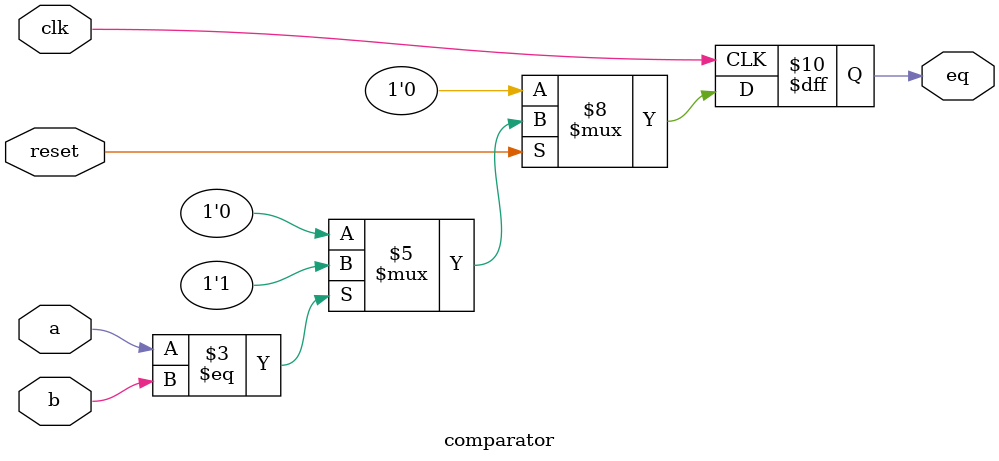
<source format=v>
`timescale 1ns / 1ps

module comparator(clk,reset, a, b, eq);
    parameter DATAWIDTH = 1;
    input [DATAWIDTH-1:0] a, b;
    output reg eq;
    input clk,reset;
    
    always@(posedge clk) begin
        if(reset==1'b0)
        begin
            eq<=1'b0;
        end
        else if (a == b) begin
            eq <= 1'b1;  
        end
        else begin
            eq <= 1'b0;
        end
    end
endmodule

</source>
